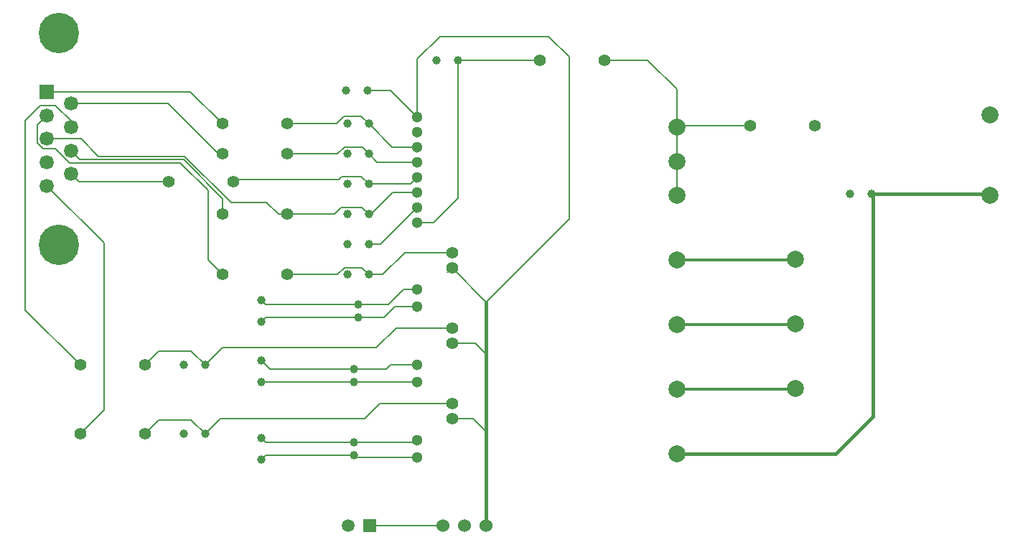
<source format=gtl>
%FSLAX44Y44*%
%MOMM*%
G71*
G01*
G75*
G04 Layer_Physical_Order=1*
G04 Layer_Color=255*
%ADD10C,0.2000*%
%ADD11C,0.4000*%
%ADD12C,0.3000*%
%ADD13C,1.3000*%
%ADD14C,1.4000*%
%ADD15C,2.0000*%
%ADD16C,1.6900*%
%ADD17R,1.6900X1.6900*%
%ADD18C,4.7600*%
%ADD19C,1.5240*%
%ADD20R,1.5000X1.5000*%
%ADD21C,1.5000*%
%ADD22C,1.0000*%
D10*
X957580Y1336040D02*
X984610D01*
X1016070Y1304580D01*
X1001050Y1144560D02*
X1057070D01*
X975360Y1118870D02*
X1001050Y1144560D01*
X958850Y1118870D02*
X975360D01*
X1051700Y1121410D02*
X1057070Y1126780D01*
X999870Y1101470D02*
X1016070D01*
X981710Y1083310D02*
X999870Y1101470D01*
X946150Y1083310D02*
X981710D01*
X1322070Y1252510D02*
Y1292510D01*
Y1212510D02*
Y1252510D01*
Y1292510D02*
X1323690Y1294130D01*
X1408430D01*
X1461430Y983910D02*
X1461770Y984250D01*
X1461430Y1060110D02*
X1461770Y1060450D01*
X1461430Y1136310D02*
X1461770Y1136650D01*
X1097280Y1086570D02*
X1195070Y1184360D01*
Y1375410D01*
X1170940Y1399540D02*
X1195070Y1375410D01*
X1042670Y1399540D02*
X1170940D01*
X1016070Y1372940D02*
X1042670Y1399540D01*
X1016070Y1304580D02*
Y1372940D01*
X960120Y822960D02*
X1046480D01*
X1322070Y1292510D02*
Y1337310D01*
X1287780Y1371600D02*
X1322070Y1337310D01*
X1236980Y1371600D02*
X1287780D01*
X1064260D02*
X1160780D01*
X1064260Y1209040D02*
Y1371600D01*
X1035330Y1180110D02*
X1064260Y1209040D01*
X1016070Y1180110D02*
X1035330D01*
X1081750Y948980D02*
X1097280Y933450D01*
X1057070Y948980D02*
X1081750D01*
X1084290Y1037880D02*
X1097280Y1024890D01*
X1057070Y1037880D02*
X1084290D01*
X1057070Y1126780D02*
X1097280Y1086570D01*
X618490Y930910D02*
X646430Y958850D01*
Y1156200D01*
X579140Y1223490D02*
X646430Y1156200D01*
X553610Y1077070D02*
X618490Y1012190D01*
X553720Y1077180D02*
Y1300480D01*
X571500Y1318260D01*
X589280D01*
X607540Y1300000D01*
Y1292740D02*
Y1300000D01*
X579140Y1244580D02*
Y1251190D01*
X567690Y1295140D02*
X579140Y1306590D01*
X567690Y1274147D02*
Y1295140D01*
X588947Y1267440D02*
X606014Y1250373D01*
X736600D01*
X567690Y1274147D02*
X574397Y1267440D01*
X588947D01*
X736600Y1250373D02*
X769043Y1217930D01*
Y1135957D02*
Y1217930D01*
Y1135957D02*
X786130Y1118870D01*
X579140Y1278890D02*
X619760D01*
X640277Y1258373D01*
X741877D01*
X607540Y1265040D02*
X618207Y1254373D01*
X740220D01*
X607540Y1237340D02*
X616790Y1228090D01*
X722630D01*
X740220Y1254373D02*
X786130Y1208463D01*
Y1189990D02*
Y1208463D01*
X741877Y1258373D02*
X796290Y1203960D01*
X838200D01*
X749300Y1028700D02*
X765810Y1012190D01*
X711200Y1028700D02*
X749300D01*
X694690Y1012190D02*
X711200Y1028700D01*
X749300Y947420D02*
X765810Y930910D01*
X711200Y947420D02*
X749300D01*
X694690Y930910D02*
X711200Y947420D01*
X765810Y930910D02*
X783590Y948690D01*
X953770D01*
X971840Y966760D01*
X1057070D01*
X765810Y1012190D02*
X786130Y1032510D01*
X967740D01*
X990890Y1055660D01*
X1057070D01*
X922136Y1118870D02*
X930136Y1126870D01*
X950850D02*
X958850Y1118870D01*
X862330D02*
X922136D01*
X930136Y1126870D02*
X950850D01*
X831850Y1088390D02*
X836930Y1083310D01*
X946150D01*
X831850Y1062990D02*
X837170Y1068310D01*
X946150D01*
X831850Y1017270D02*
X842010Y1007110D01*
X941070D01*
X831850Y991870D02*
X832090Y992110D01*
X941070D01*
X831850Y925830D02*
X836930Y920750D01*
X941070D01*
X831850Y900430D02*
X837170Y905750D01*
X941070D01*
X943650Y903170D01*
X1016070D01*
X1013150Y920750D02*
X1016070Y923670D01*
X941070Y920750D02*
X1013150D01*
X1015760Y992110D02*
X1016070Y991800D01*
X941070Y992110D02*
X1015760D01*
X984630Y1012570D02*
X1016070D01*
X979170Y1007110D02*
X984630Y1012570D01*
X941070Y1007110D02*
X979170D01*
X989530Y1080970D02*
X1016070D01*
X976870Y1068310D02*
X989530Y1080970D01*
X946150Y1068310D02*
X976870D01*
X838200Y1203960D02*
X852170Y1189990D01*
X862330D01*
X972600Y1154430D02*
X1016070Y1197900D01*
X958850Y1154430D02*
X972600D01*
X950850Y1197990D02*
X958850Y1189990D01*
X862330D02*
X918210D01*
X926210Y1197990D01*
X950850D01*
X987080Y1215680D02*
X1016070D01*
X961390Y1189990D02*
X987080Y1215680D01*
X958850Y1189990D02*
X961390D01*
X801370Y1230630D02*
X923290D01*
X927100Y1234440D01*
X949960D01*
X958850Y1225550D01*
X1008160D02*
X1016070Y1233460D01*
X958850Y1225550D02*
X1008160D01*
X951230Y1268730D02*
X958850Y1261110D01*
X968720Y1251240D01*
X1016070D01*
X937144Y1268730D02*
X951230D01*
X936764Y1269110D02*
X937144Y1268730D01*
X930136Y1269110D02*
X936764D01*
X922136Y1261110D02*
X930136Y1269110D01*
X862330Y1261110D02*
X922136D01*
X607540Y1320440D02*
X721720D01*
X781050Y1261110D01*
X786130D01*
X949960Y1305560D02*
X958850Y1296670D01*
X986500Y1269020D01*
X1016070D01*
X929640Y1305560D02*
X949960D01*
X920750Y1296670D02*
X929640Y1305560D01*
X862330Y1296670D02*
X920750D01*
X579140Y1334290D02*
X748510D01*
X786130Y1296670D01*
D11*
X1553210Y1214120D02*
X1689860D01*
X1551940D02*
X1553210D01*
Y1215390D01*
Y951230D02*
Y1214120D01*
X1551940D02*
X1553210Y1215390D01*
X1509690Y907710D02*
X1553210Y951230D01*
X1097280Y933450D02*
Y1024890D01*
Y822960D02*
Y933450D01*
Y1024890D02*
Y1086570D01*
X1322070Y907710D02*
X1509690D01*
D12*
X1322070Y983910D02*
X1461430D01*
X1322070Y1060110D02*
X1461430D01*
X1322070Y1136310D02*
X1461430D01*
D13*
X1016070Y1233460D02*
D03*
Y1269020D02*
D03*
Y1251240D02*
D03*
Y1286800D02*
D03*
Y1304580D02*
D03*
Y1180110D02*
D03*
Y1101470D02*
D03*
Y1080970D02*
D03*
Y1215680D02*
D03*
Y1197900D02*
D03*
Y1012570D02*
D03*
Y991800D02*
D03*
Y923670D02*
D03*
Y903170D02*
D03*
D14*
X1057070Y1126780D02*
D03*
Y1144560D02*
D03*
Y1055660D02*
D03*
Y1037880D02*
D03*
Y966760D02*
D03*
Y948980D02*
D03*
X862330Y1296670D02*
D03*
X786130D02*
D03*
X862330Y1118870D02*
D03*
X786130D02*
D03*
X1408430Y1294130D02*
D03*
X1484630D02*
D03*
X786130Y1189990D02*
D03*
X862330D02*
D03*
Y1261110D02*
D03*
X786130D02*
D03*
X694690Y1012190D02*
D03*
X618490D02*
D03*
X1236980Y1371600D02*
D03*
X1160780D02*
D03*
X798830Y1228090D02*
D03*
X722630D02*
D03*
X694690Y930910D02*
D03*
X618490D02*
D03*
D15*
X1322070Y1252510D02*
D03*
Y1292510D02*
D03*
Y1212510D02*
D03*
Y1136310D02*
D03*
Y1060110D02*
D03*
Y983910D02*
D03*
Y907710D02*
D03*
X1691640Y1307340D02*
D03*
Y1212340D02*
D03*
X1461770Y984250D02*
D03*
Y1060450D02*
D03*
Y1136650D02*
D03*
D16*
X579140Y1223490D02*
D03*
X607540Y1237340D02*
D03*
X579140Y1251190D02*
D03*
X607540Y1265040D02*
D03*
X579140Y1278890D02*
D03*
X607540Y1292740D02*
D03*
X579140Y1306590D02*
D03*
X607540Y1320440D02*
D03*
D17*
X579140Y1334290D02*
D03*
D18*
X593340Y1403840D02*
D03*
Y1153940D02*
D03*
D19*
X1097280Y822960D02*
D03*
X1071880D02*
D03*
X1046480D02*
D03*
D20*
X960120D02*
D03*
D21*
X934720D02*
D03*
D22*
X958850Y1296670D02*
D03*
X933450D02*
D03*
X958850Y1118870D02*
D03*
X933450D02*
D03*
X958850Y1189990D02*
D03*
X933450D02*
D03*
X958850Y1261110D02*
D03*
X933450D02*
D03*
X765810Y1012190D02*
D03*
X740410D02*
D03*
X1064260Y1371600D02*
D03*
X1038860D02*
D03*
X958850Y1154430D02*
D03*
X933450D02*
D03*
X958850Y1225550D02*
D03*
X933450D02*
D03*
X765810Y930910D02*
D03*
X740410D02*
D03*
X941070Y920750D02*
D03*
Y905750D02*
D03*
X831850Y925830D02*
D03*
Y900430D02*
D03*
X941070Y1007110D02*
D03*
Y992110D02*
D03*
X831850Y1017270D02*
D03*
Y991870D02*
D03*
X946150Y1083310D02*
D03*
Y1068310D02*
D03*
X831850Y1088390D02*
D03*
Y1062990D02*
D03*
X957580Y1336040D02*
D03*
X932180D02*
D03*
X1551940Y1214120D02*
D03*
X1526540D02*
D03*
M02*

</source>
